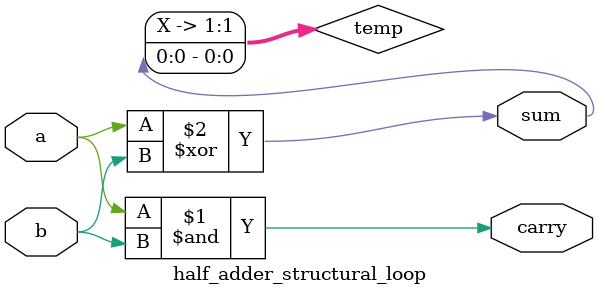
<source format=v>
module half_adder_structural_loop(input a, b,
                                  output sum, carry);

    wire [1:0] temp;

    genvar i;
    generate
        for (i = 0; i < 2; i = i + 1) begin : generate_xor_and
            xor xor_gate(temp[i], a[i], b[i]);
        end
    endgenerate

    and and_gate(carry, a, b);
    assign sum = temp[0];

endmodule

</source>
